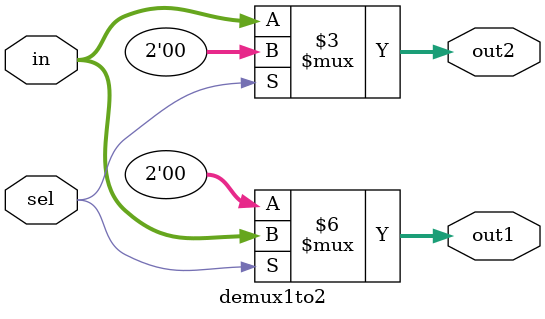
<source format=v>
module demux1to2(
  input wire [1:0] in,
  input wire sel,
  output reg [1:0] out2, out1
);
  
  always@ * begin
    if(sel) begin
      out1 = in; 
      out2 = 2'b00;
    end else begin
      out1 = 2'b00;
      out2 = in;
    end
  end
endmodule
</source>
